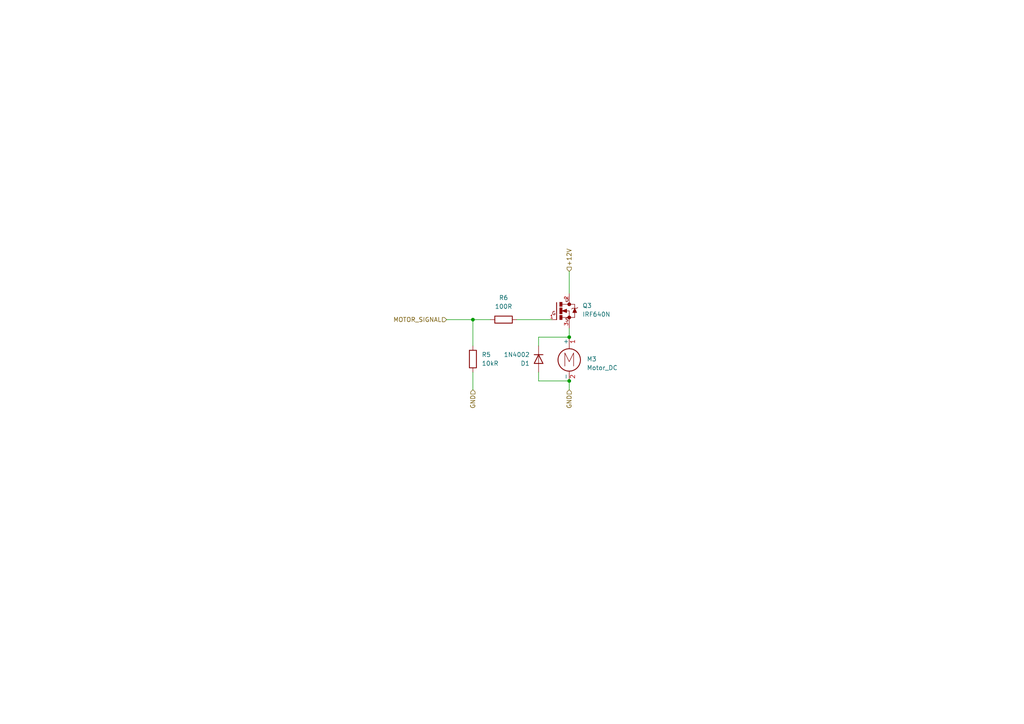
<source format=kicad_sch>
(kicad_sch (version 20250114) (generator "eeschema") (generator_version "9.0")
  (paper "A4")
  (title_block (title "Geladinho, Motor control") (date "2025-11-20") (rev "v1.0.0") (company "Universidade Federal Do Ceará"))
  (lib_symbols
    (symbol "Device:R" (pin_numbers (hide yes)) (pin_names (offset 0))
      (property "Reference" "R" (at 2.032 0 90))
      (property "Value" "R" (at 0 0 90))
      (symbol "R_0_1"
        (rectangle (start -1.016 -2.54) (end 1.016 2.54) (stroke (width 0.254)))
      )
      (symbol "R_1_1"
        (pin passive line (at 0 3.81 270) (length 1.27) (name "~") (number "1"))
        (pin passive line (at 0 -3.81 90) (length 1.27) (name "~") (number "2"))
      )
    )
    (symbol "Diode:1N4002" (pin_numbers (hide yes)) (pin_names (hide yes))
      (property "Reference" "D" (at 0 2.54 0))
      (property "Value" "1N4002" (at 0 -2.54 0))
      (symbol "1N4002_0_1"
        (polyline (pts (xy -1.27 1.27) (xy -1.27 -1.27)) (stroke (width 0.254)))
        (polyline (pts (xy 1.27 1.27) (xy 1.27 -1.27) (xy -1.27 0) (xy 1.27 1.27)) (stroke (width 0.254)))
        (polyline (pts (xy 1.27 0) (xy -1.27 0)))
      )
      (symbol "1N4002_1_1"
        (pin passive line (at -3.81 0 0) (length 2.54) (name "K") (number "1"))
        (pin passive line (at 3.81 0 180) (length 2.54) (name "A") (number "2"))
      )
    )
    (symbol "IRF640N:IRF640N" (pin_names (offset 1.016))
      (property "Reference" "Q" (at 6.3564 0 0))
      (property "Value" "IRF640N" (at 6.3559 -2.5424 0))
      (symbol "IRF640N_0_0"
        (polyline (pts (xy -1.1176 2.413) (xy -1.1176 -2.54)) (stroke (width 0.254)))
        (polyline (pts (xy -1.1176 -2.54) (xy -2.54 -2.54)) (stroke (width 0.1524)))
        (rectangle (start -0.2545 -0.8907) (end 0.508 0.889) (stroke (width 0.1)) (fill (type outline)))
        (rectangle (start -0.2544 1.2719) (end 0.508 2.54) (stroke (width 0.1)) (fill (type outline)))
        (rectangle (start -0.2541 -2.5414) (end 0.508 -1.27) (stroke (width 0.1)) (fill (type outline)))
        (polyline (pts (xy 0.508 0) (xy 1.778 -0.508)) (stroke (width 0.1524)))
        (polyline (pts (xy 0.508 -1.905) (xy 2.54 -1.905)) (stroke (width 0.1524)))
        (polyline (pts (xy 0.762 0) (xy 1.651 -0.254)) (stroke (width 0.3048)))
        (polyline (pts (xy 1.651 0.254) (xy 0.762 0)) (stroke (width 0.3048)))
        (polyline (pts (xy 1.651 0) (xy 1.397 0)) (stroke (width 0.3048)))
        (polyline (pts (xy 1.651 0) (xy 2.54 0)) (stroke (width 0.1524)))
        (polyline (pts (xy 1.651 -0.254) (xy 1.651 0)) (stroke (width 0.3048)))
        (polyline (pts (xy 1.778 0.508) (xy 0.508 0)) (stroke (width 0.1524)))
        (polyline (pts (xy 1.778 -0.508) (xy 1.778 0.508)) (stroke (width 0.1524)))
        (polyline (pts (xy 2.54 2.54) (xy 2.54 1.905)) (stroke (width 0.1524)))
        (polyline (pts (xy 2.54 1.905) (xy 0.5334 1.905)) (stroke (width 0.1524)))
        (polyline (pts (xy 2.54 1.905) (xy 4.1275 1.905)) (stroke (width 0.1524)))
        (circle (center 2.54 1.905) (radius 0.127) (stroke (width 0.4064)))
        (polyline (pts (xy 2.54 0) (xy 2.54 -1.905)) (stroke (width 0.1524)))
        (polyline (pts (xy 2.54 -1.905) (xy 2.54 -2.54)) (stroke (width 0.1524)))
        (circle (center 2.54 -1.905) (radius 0.127) (stroke (width 0.4064)))
        (polyline (pts (xy 3.4925 0.762) (xy 3.2385 0.508)) (stroke (width 0.1524)))
        (polyline (pts (xy 3.4925 0.762) (xy 4.1275 0.762)) (stroke (width 0.1524)))
        (polyline (pts (xy 3.5719 -0.4763) (xy 4.1275 -0.4763)) (stroke (width 0.1524)))
        (polyline (pts (xy 4.1275 1.905) (xy 4.1275 0.762)) (stroke (width 0.1524)))
        (polyline (pts (xy 4.1275 0.762) (xy 3.5719 -0.4763)) (stroke (width 0.1524)))
        (polyline (pts (xy 4.1275 0.762) (xy 4.7625 0.762)) (stroke (width 0.1524)))
        (polyline (pts (xy 4.1275 0.635) (xy 3.6513 -0.3969) (xy 4.6038 -0.3969) (xy 4.1275 0.635)) (stroke (width 0.1524)) (fill (type outline)))
        (polyline (pts (xy 4.1275 -0.4763) (xy 4.1275 -1.905)) (stroke (width 0.1524)))
        (polyline (pts (xy 4.1275 -0.4763) (xy 4.6831 -0.4763)) (stroke (width 0.1524)))
        (polyline (pts (xy 4.1275 -1.905) (xy 2.54 -1.905)) (stroke (width 0.1524)))
        (polyline (pts (xy 4.6831 -0.4763) (xy 4.1275 0.762)) (stroke (width 0.1524)))
        (polyline (pts (xy 4.7625 0.762) (xy 5.0165 1.016)) (stroke (width 0.1524)))
        (text "G" (at -2.5417 -1.2709 0) (effects (font (size 1.0167 1.0167)) (justify left bottom)))
        (text "D" (at 1.2702 2.5404 0) (effects (font (size 1.0162 1.0162)) (justify left bottom)))
        (text "S" (at 1.2703 -3.1757 0) (effects (font (size 1.0162 1.0162)) (justify left bottom)))
        (pin passive line (at -2.54 -2.54 0) (length 0) (name "~") (number "1"))
        (pin passive line (at 2.54 5.08 270) (length 2.54) (name "~") (number "2"))
        (pin passive line (at 2.54 -5.08 90) (length 2.54) (name "~") (number "3"))
      )
    )
    (symbol "Motor:Motor_DC" (pin_names (offset 0))
      (property "Reference" "M" (at 2.54 2.54 0))
      (property "Value" "Motor_DC" (at 2.54 -5.08 0))
      (symbol "Motor_DC_0_0"
        (polyline (pts (xy -1.27 -3.302) (xy -1.27 0.508) (xy 0 -2.032) (xy 1.27 0.508) (xy 1.27 -3.302)))
      )
      (symbol "Motor_DC_0_1"
        (polyline (pts (xy 0 2.032) (xy 0 2.54)))
        (polyline (pts (xy 0 1.7272) (xy 0 2.0828)))
        (circle (center 0 -1.524) (radius 3.2512) (stroke (width 0.254)))
        (polyline (pts (xy 0 -4.7752) (xy 0 -5.1816)))
        (polyline (pts (xy 0 -7.62) (xy 0 -7.112)))
      )
      (symbol "Motor_DC_1_1"
        (pin passive line (at 0 5.08 270) (length 2.54) (name "+") (number "1"))
        (pin passive line (at 0 -7.62 90) (length 2.54) (name "-") (number "2"))
      )
    )
  )
  (junction (at 165.1 97.79))
  (junction (at 137.16 92.71))
  (junction (at 165.1 110.49))
  (wire (pts (xy 156.21 97.79) (xy 165.1 97.79)))
  (wire (pts (xy 165.1 78.74) (xy 165.1 85.09)))
  (wire (pts (xy 156.21 107.95) (xy 156.21 110.49)))
  (wire (pts (xy 129.54 92.71) (xy 137.16 92.71)))
  (wire (pts (xy 165.1 110.49) (xy 165.1 113.03)))
  (wire (pts (xy 149.86 92.71) (xy 160.02 92.71)))
  (wire (pts (xy 137.16 92.71) (xy 142.24 92.71)))
  (wire (pts (xy 137.16 92.71) (xy 137.16 100.33)))
  (wire (pts (xy 165.1 95.25) (xy 165.1 97.79)))
  (wire (pts (xy 156.21 110.49) (xy 165.1 110.49)))
  (wire (pts (xy 156.21 100.33) (xy 156.21 97.79)))
  (wire (pts (xy 137.16 107.95) (xy 137.16 113.03)))
  (hierarchical_label "GND" (shape input) (at 165.1 113.03 270))
  (hierarchical_label "MOTOR_SIGNAL" (shape input) (at 129.54 92.71 180))
  (hierarchical_label "+12V" (shape input) (at 165.1 78.74 90))
  (hierarchical_label "GND" (shape input) (at 137.16 113.03 270))
  (symbol (lib_id "Motor:Motor_DC") (at 165.1 102.87 0) (unit 1)
    (property "Reference" "M3" (at 170.18 104.1399 0) (effects (justify left)))
    (property "Value" "Motor_DC" (at 170.18 106.6799 0) (effects (justify left)))
    (property "Description" "DC Motor" (effects (hide yes)))
  )
  (symbol (lib_id "IRF640N:IRF640N") (at 162.56 90.17 0) (unit 1)
    (property "Reference" "Q3" (at 168.91 88.6377 0) (effects (justify left)))
    (property "Value" "IRF640N" (at 168.91 91.1777 0) (effects (justify left)))
    (property "MF" "Infineon Technologies" (effects (hide yes)))
    (property "Description_1" "N-Channel 200V 18A (Tc) 150W (Tc) Through Hole TO-220AB" (effects (hide yes)))
    (property "Package" "TO-263-3 Infineon Technologies" (effects (hide yes)))
    (property "Price" "None" (effects (hide yes)))
    (property "SnapEDA_Link" "https://www.snapeda.com/parts/IRF640N/Infineon/view-part/?ref=snap" (effects (hide yes)))
    (property "MP" "IRF640N" (effects (hide yes)))
    (property "Availability" "Not in stock" (effects (hide yes)))
    (property "Check_prices" "https://www.snapeda.com/parts/IRF640N/Infineon/view-part/?ref=eda" (effects (hide yes)))
  )
  (symbol (lib_id "Diode:1N4002") (at 156.21 104.14 270) (unit 1)
    (property "Reference" "D1" (at 153.67 105.4101 90) (effects (justify right)))
    (property "Value" "1N4002" (at 153.67 102.8701 90) (effects (justify right)))
    (property "Footprint" "Diode_THT:D_DO-41_SOD81_P10.16mm_Horizontal" (effects (hide yes)))
    (property "Datasheet" "http://www.vishay.com/docs/88503/1n4001.pdf" (effects (hide yes)))
    (property "Description" "100V 1A General Purpose Rectifier Diode, DO-41" (effects (hide yes)))
    (property "Sim.Device" "D" (effects (hide yes)))
    (property "Sim.Pins" "1=K 2=A" (effects (hide yes)))
  )
  (symbol (lib_id "Device:R") (at 137.16 104.14 0) (unit 1)
    (property "Reference" "R5" (at 139.7 102.8699 0) (effects (justify left)))
    (property "Value" "10kR" (at 139.7 105.4099 0) (effects (justify left)))
    (property "Description" "Resistor" (effects (hide yes)))
  )
  (symbol (lib_id "Device:R") (at 146.05 92.71 90) (unit 1)
    (property "Reference" "R6" (at 146.05 86.36 90))
    (property "Value" "100R" (at 146.05 88.9 90))
    (property "Description" "Resistor" (effects (hide yes)))
  )
)
</source>
